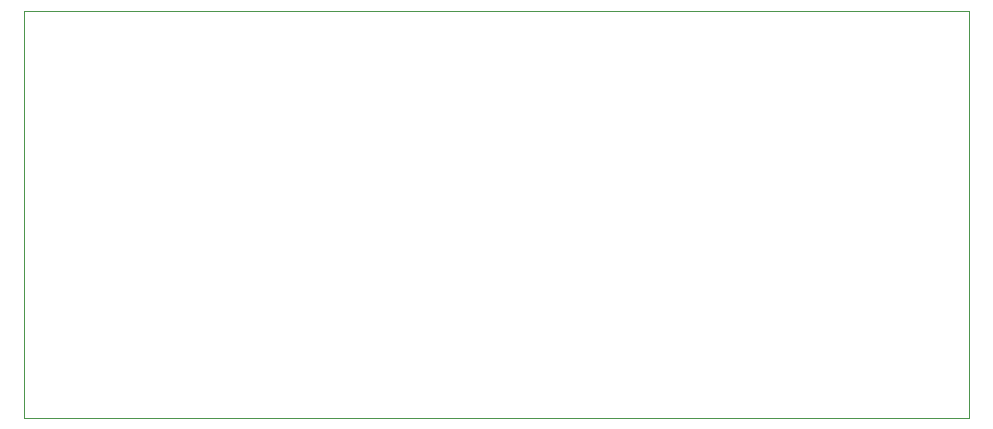
<source format=gbr>
G04 #@! TF.GenerationSoftware,KiCad,Pcbnew,5.1.5+dfsg1-2build2*
G04 #@! TF.CreationDate,2021-06-18T08:03:50-04:00*
G04 #@! TF.ProjectId,pmod_1553,706d6f64-5f31-4353-9533-2e6b69636164,rev?*
G04 #@! TF.SameCoordinates,Original*
G04 #@! TF.FileFunction,Profile,NP*
%FSLAX46Y46*%
G04 Gerber Fmt 4.6, Leading zero omitted, Abs format (unit mm)*
G04 Created by KiCad (PCBNEW 5.1.5+dfsg1-2build2) date 2021-06-18 08:03:50*
%MOMM*%
%LPD*%
G04 APERTURE LIST*
%ADD10C,0.100000*%
G04 APERTURE END LIST*
D10*
X183000000Y-75000000D02*
X183000000Y-109500000D01*
X103000000Y-75000000D02*
X183000000Y-75000000D01*
X103000000Y-109500000D02*
X103000000Y-75000000D01*
X183000000Y-109500000D02*
X103000000Y-109500000D01*
M02*

</source>
